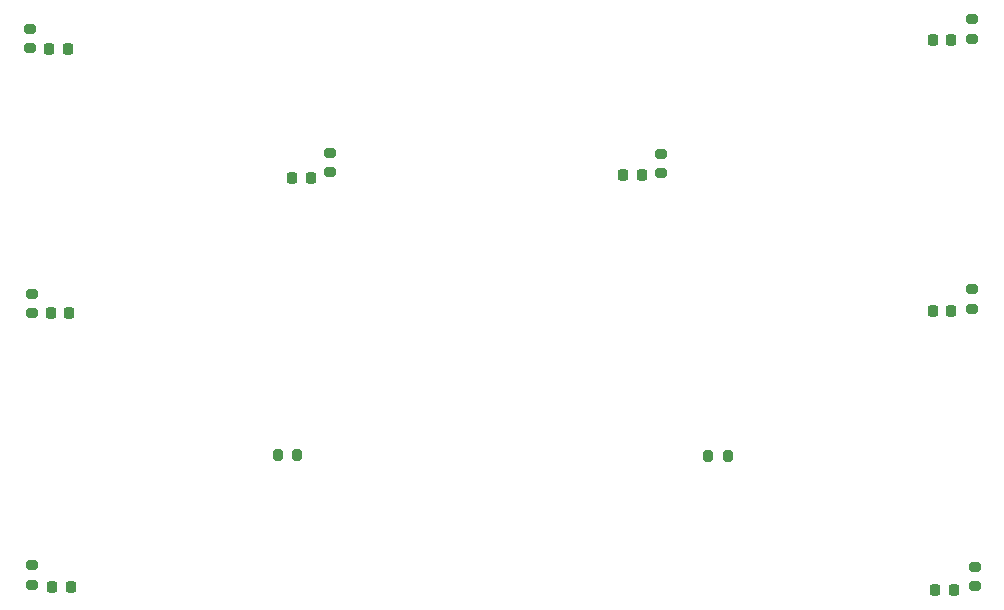
<source format=gtp>
G04 #@! TF.GenerationSoftware,KiCad,Pcbnew,(6.0.1)*
G04 #@! TF.CreationDate,2022-02-13T16:01:42-07:00*
G04 #@! TF.ProjectId,MinesRobotics_PDB,4d696e65-7352-46f6-926f-746963735f50,rev?*
G04 #@! TF.SameCoordinates,Original*
G04 #@! TF.FileFunction,Paste,Top*
G04 #@! TF.FilePolarity,Positive*
%FSLAX46Y46*%
G04 Gerber Fmt 4.6, Leading zero omitted, Abs format (unit mm)*
G04 Created by KiCad (PCBNEW (6.0.1)) date 2022-02-13 16:01:42*
%MOMM*%
%LPD*%
G01*
G04 APERTURE LIST*
G04 Aperture macros list*
%AMRoundRect*
0 Rectangle with rounded corners*
0 $1 Rounding radius*
0 $2 $3 $4 $5 $6 $7 $8 $9 X,Y pos of 4 corners*
0 Add a 4 corners polygon primitive as box body*
4,1,4,$2,$3,$4,$5,$6,$7,$8,$9,$2,$3,0*
0 Add four circle primitives for the rounded corners*
1,1,$1+$1,$2,$3*
1,1,$1+$1,$4,$5*
1,1,$1+$1,$6,$7*
1,1,$1+$1,$8,$9*
0 Add four rect primitives between the rounded corners*
20,1,$1+$1,$2,$3,$4,$5,0*
20,1,$1+$1,$4,$5,$6,$7,0*
20,1,$1+$1,$6,$7,$8,$9,0*
20,1,$1+$1,$8,$9,$2,$3,0*%
G04 Aperture macros list end*
%ADD10RoundRect,0.200000X0.275000X-0.200000X0.275000X0.200000X-0.275000X0.200000X-0.275000X-0.200000X0*%
%ADD11RoundRect,0.218750X0.218750X0.256250X-0.218750X0.256250X-0.218750X-0.256250X0.218750X-0.256250X0*%
%ADD12RoundRect,0.218750X-0.218750X-0.256250X0.218750X-0.256250X0.218750X0.256250X-0.218750X0.256250X0*%
%ADD13RoundRect,0.200000X-0.200000X-0.275000X0.200000X-0.275000X0.200000X0.275000X-0.200000X0.275000X0*%
G04 APERTURE END LIST*
D10*
X117348000Y-73723000D03*
X117348000Y-72073000D03*
D11*
X143738700Y-73964800D03*
X142163700Y-73964800D03*
X115722500Y-74168000D03*
X114147500Y-74168000D03*
X169926000Y-62484000D03*
X168351000Y-62484000D03*
D10*
X171704000Y-85280000D03*
X171704000Y-83630000D03*
D12*
X93827500Y-108839000D03*
X95402500Y-108839000D03*
D13*
X112895400Y-97636800D03*
X114545400Y-97636800D03*
D11*
X170154700Y-109067600D03*
X168579700Y-109067600D03*
D10*
X91897200Y-63207400D03*
X91897200Y-61557400D03*
X145338800Y-73773800D03*
X145338800Y-72123800D03*
D12*
X93548100Y-63246000D03*
X95123100Y-63246000D03*
X93700500Y-85598000D03*
X95275500Y-85598000D03*
D10*
X171958000Y-108775000D03*
X171958000Y-107125000D03*
D13*
X149365200Y-97713800D03*
X151015200Y-97713800D03*
D11*
X169951500Y-85471000D03*
X168376500Y-85471000D03*
D10*
X171704000Y-62420000D03*
X171704000Y-60770000D03*
X92075000Y-85661000D03*
X92075000Y-84011000D03*
X92075000Y-108648000D03*
X92075000Y-106998000D03*
M02*

</source>
